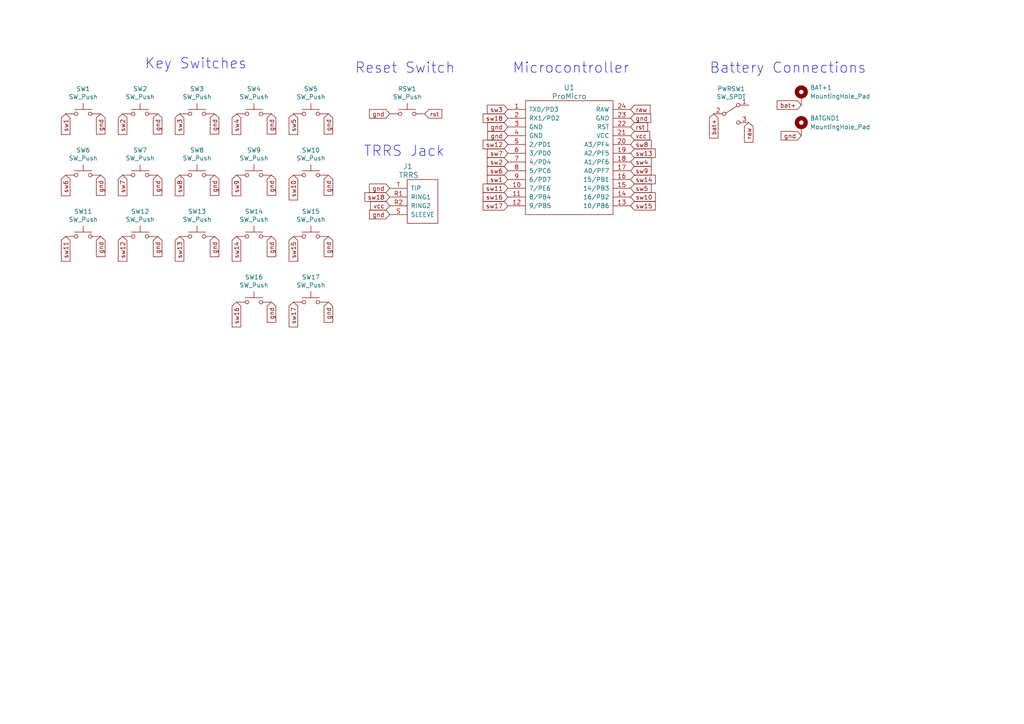
<source format=kicad_sch>
(kicad_sch (version 20211123) (generator eeschema)

  (uuid e63e39d7-6ac0-4ffd-8aa3-1841a4541b55)

  (paper "A4")

  (title_block
    (title "Clean Sweep")
    (date "2022-03-21")
    (rev "1.0")
    (company "lilylabs")
  )

  (lib_symbols
    (symbol "Mechanical:MountingHole_Pad" (pin_numbers hide) (pin_names (offset 1.016) hide) (in_bom yes) (on_board yes)
      (property "Reference" "H" (id 0) (at 0 6.35 0)
        (effects (font (size 1.27 1.27)))
      )
      (property "Value" "MountingHole_Pad" (id 1) (at 0 4.445 0)
        (effects (font (size 1.27 1.27)))
      )
      (property "Footprint" "" (id 2) (at 0 0 0)
        (effects (font (size 1.27 1.27)) hide)
      )
      (property "Datasheet" "~" (id 3) (at 0 0 0)
        (effects (font (size 1.27 1.27)) hide)
      )
      (property "ki_keywords" "mounting hole" (id 4) (at 0 0 0)
        (effects (font (size 1.27 1.27)) hide)
      )
      (property "ki_description" "Mounting Hole with connection" (id 5) (at 0 0 0)
        (effects (font (size 1.27 1.27)) hide)
      )
      (property "ki_fp_filters" "MountingHole*Pad*" (id 6) (at 0 0 0)
        (effects (font (size 1.27 1.27)) hide)
      )
      (symbol "MountingHole_Pad_0_1"
        (circle (center 0 1.27) (radius 1.27)
          (stroke (width 1.27) (type default) (color 0 0 0 0))
          (fill (type none))
        )
      )
      (symbol "MountingHole_Pad_1_1"
        (pin input line (at 0 -2.54 90) (length 2.54)
          (name "1" (effects (font (size 1.27 1.27))))
          (number "1" (effects (font (size 1.27 1.27))))
        )
      )
    )
    (symbol "Switch:SW_Push" (pin_numbers hide) (pin_names (offset 1.016) hide) (in_bom yes) (on_board yes)
      (property "Reference" "SW" (id 0) (at 1.27 2.54 0)
        (effects (font (size 1.27 1.27)) (justify left))
      )
      (property "Value" "SW_Push" (id 1) (at 0 -1.524 0)
        (effects (font (size 1.27 1.27)))
      )
      (property "Footprint" "" (id 2) (at 0 5.08 0)
        (effects (font (size 1.27 1.27)) hide)
      )
      (property "Datasheet" "~" (id 3) (at 0 5.08 0)
        (effects (font (size 1.27 1.27)) hide)
      )
      (property "ki_keywords" "switch normally-open pushbutton push-button" (id 4) (at 0 0 0)
        (effects (font (size 1.27 1.27)) hide)
      )
      (property "ki_description" "Push button switch, generic, two pins" (id 5) (at 0 0 0)
        (effects (font (size 1.27 1.27)) hide)
      )
      (symbol "SW_Push_0_1"
        (circle (center -2.032 0) (radius 0.508)
          (stroke (width 0) (type default) (color 0 0 0 0))
          (fill (type none))
        )
        (polyline
          (pts
            (xy 0 1.27)
            (xy 0 3.048)
          )
          (stroke (width 0) (type default) (color 0 0 0 0))
          (fill (type none))
        )
        (polyline
          (pts
            (xy 2.54 1.27)
            (xy -2.54 1.27)
          )
          (stroke (width 0) (type default) (color 0 0 0 0))
          (fill (type none))
        )
        (circle (center 2.032 0) (radius 0.508)
          (stroke (width 0) (type default) (color 0 0 0 0))
          (fill (type none))
        )
        (pin passive line (at -5.08 0 0) (length 2.54)
          (name "1" (effects (font (size 1.27 1.27))))
          (number "1" (effects (font (size 1.27 1.27))))
        )
        (pin passive line (at 5.08 0 180) (length 2.54)
          (name "2" (effects (font (size 1.27 1.27))))
          (number "2" (effects (font (size 1.27 1.27))))
        )
      )
    )
    (symbol "Switch:SW_SPDT" (pin_names (offset 0) hide) (in_bom yes) (on_board yes)
      (property "Reference" "SW" (id 0) (at 0 4.318 0)
        (effects (font (size 1.27 1.27)))
      )
      (property "Value" "SW_SPDT" (id 1) (at 0 -5.08 0)
        (effects (font (size 1.27 1.27)))
      )
      (property "Footprint" "" (id 2) (at 0 0 0)
        (effects (font (size 1.27 1.27)) hide)
      )
      (property "Datasheet" "~" (id 3) (at 0 0 0)
        (effects (font (size 1.27 1.27)) hide)
      )
      (property "ki_keywords" "switch single-pole double-throw spdt ON-ON" (id 4) (at 0 0 0)
        (effects (font (size 1.27 1.27)) hide)
      )
      (property "ki_description" "Switch, single pole double throw" (id 5) (at 0 0 0)
        (effects (font (size 1.27 1.27)) hide)
      )
      (symbol "SW_SPDT_0_0"
        (circle (center -2.032 0) (radius 0.508)
          (stroke (width 0) (type default) (color 0 0 0 0))
          (fill (type none))
        )
        (circle (center 2.032 -2.54) (radius 0.508)
          (stroke (width 0) (type default) (color 0 0 0 0))
          (fill (type none))
        )
      )
      (symbol "SW_SPDT_0_1"
        (polyline
          (pts
            (xy -1.524 0.254)
            (xy 1.651 2.286)
          )
          (stroke (width 0) (type default) (color 0 0 0 0))
          (fill (type none))
        )
        (circle (center 2.032 2.54) (radius 0.508)
          (stroke (width 0) (type default) (color 0 0 0 0))
          (fill (type none))
        )
      )
      (symbol "SW_SPDT_1_1"
        (pin passive line (at 5.08 2.54 180) (length 2.54)
          (name "A" (effects (font (size 1.27 1.27))))
          (number "1" (effects (font (size 1.27 1.27))))
        )
        (pin passive line (at -5.08 0 0) (length 2.54)
          (name "B" (effects (font (size 1.27 1.27))))
          (number "2" (effects (font (size 1.27 1.27))))
        )
        (pin passive line (at 5.08 -2.54 180) (length 2.54)
          (name "C" (effects (font (size 1.27 1.27))))
          (number "3" (effects (font (size 1.27 1.27))))
        )
      )
    )
    (symbol "clean-sweep:ProMicro" (pin_names (offset 1.016)) (in_bom yes) (on_board yes)
      (property "Reference" "U" (id 0) (at 0 20.32 0)
        (effects (font (size 1.524 1.524)))
      )
      (property "Value" "ProMicro" (id 1) (at 0 17.78 0)
        (effects (font (size 1.524 1.524)))
      )
      (property "Footprint" "" (id 2) (at 26.67 -63.5 90)
        (effects (font (size 1.524 1.524)) hide)
      )
      (property "Datasheet" "" (id 3) (at 26.67 -63.5 90)
        (effects (font (size 1.524 1.524)) hide)
      )
      (symbol "ProMicro_0_1"
        (rectangle (start -12.7 -16.51) (end 12.7 16.51)
          (stroke (width 0) (type default) (color 0 0 0 0))
          (fill (type none))
        )
      )
      (symbol "ProMicro_1_1"
        (pin input line (at -17.78 13.97 0) (length 5.08)
          (name "TX0/PD3" (effects (font (size 1.27 1.27))))
          (number "1" (effects (font (size 1.27 1.27))))
        )
        (pin input line (at -17.78 -8.89 0) (length 5.08)
          (name "7/PE6" (effects (font (size 1.27 1.27))))
          (number "10" (effects (font (size 1.27 1.27))))
        )
        (pin input line (at -17.78 -11.43 0) (length 5.08)
          (name "8/PB4" (effects (font (size 1.27 1.27))))
          (number "11" (effects (font (size 1.27 1.27))))
        )
        (pin input line (at -17.78 -13.97 0) (length 5.08)
          (name "9/PB5" (effects (font (size 1.27 1.27))))
          (number "12" (effects (font (size 1.27 1.27))))
        )
        (pin input line (at 17.78 -13.97 180) (length 5.08)
          (name "10/PB6" (effects (font (size 1.27 1.27))))
          (number "13" (effects (font (size 1.27 1.27))))
        )
        (pin input line (at 17.78 -11.43 180) (length 5.08)
          (name "16/PB2" (effects (font (size 1.27 1.27))))
          (number "14" (effects (font (size 1.27 1.27))))
        )
        (pin input line (at 17.78 -8.89 180) (length 5.08)
          (name "14/PB3" (effects (font (size 1.27 1.27))))
          (number "15" (effects (font (size 1.27 1.27))))
        )
        (pin input line (at 17.78 -6.35 180) (length 5.08)
          (name "15/PB1" (effects (font (size 1.27 1.27))))
          (number "16" (effects (font (size 1.27 1.27))))
        )
        (pin input line (at 17.78 -3.81 180) (length 5.08)
          (name "A0/PF7" (effects (font (size 1.27 1.27))))
          (number "17" (effects (font (size 1.27 1.27))))
        )
        (pin input line (at 17.78 -1.27 180) (length 5.08)
          (name "A1/PF6" (effects (font (size 1.27 1.27))))
          (number "18" (effects (font (size 1.27 1.27))))
        )
        (pin input line (at 17.78 1.27 180) (length 5.08)
          (name "A2/PF5" (effects (font (size 1.27 1.27))))
          (number "19" (effects (font (size 1.27 1.27))))
        )
        (pin input line (at -17.78 11.43 0) (length 5.08)
          (name "RX1/PD2" (effects (font (size 1.27 1.27))))
          (number "2" (effects (font (size 1.27 1.27))))
        )
        (pin input line (at 17.78 3.81 180) (length 5.08)
          (name "A3/PF4" (effects (font (size 1.27 1.27))))
          (number "20" (effects (font (size 1.27 1.27))))
        )
        (pin input line (at 17.78 6.35 180) (length 5.08)
          (name "VCC" (effects (font (size 1.27 1.27))))
          (number "21" (effects (font (size 1.27 1.27))))
        )
        (pin input line (at 17.78 8.89 180) (length 5.08)
          (name "RST" (effects (font (size 1.27 1.27))))
          (number "22" (effects (font (size 1.27 1.27))))
        )
        (pin input line (at 17.78 11.43 180) (length 5.08)
          (name "GND" (effects (font (size 1.27 1.27))))
          (number "23" (effects (font (size 1.27 1.27))))
        )
        (pin input line (at 17.78 13.97 180) (length 5.08)
          (name "RAW" (effects (font (size 1.27 1.27))))
          (number "24" (effects (font (size 1.27 1.27))))
        )
        (pin input line (at -17.78 8.89 0) (length 5.08)
          (name "GND" (effects (font (size 1.27 1.27))))
          (number "3" (effects (font (size 1.27 1.27))))
        )
        (pin input line (at -17.78 6.35 0) (length 5.08)
          (name "GND" (effects (font (size 1.27 1.27))))
          (number "4" (effects (font (size 1.27 1.27))))
        )
        (pin input line (at -17.78 3.81 0) (length 5.08)
          (name "2/PD1" (effects (font (size 1.27 1.27))))
          (number "5" (effects (font (size 1.27 1.27))))
        )
        (pin input line (at -17.78 1.27 0) (length 5.08)
          (name "3/PD0" (effects (font (size 1.27 1.27))))
          (number "6" (effects (font (size 1.27 1.27))))
        )
        (pin input line (at -17.78 -1.27 0) (length 5.08)
          (name "4/PD4" (effects (font (size 1.27 1.27))))
          (number "7" (effects (font (size 1.27 1.27))))
        )
        (pin input line (at -17.78 -3.81 0) (length 5.08)
          (name "5/PC6" (effects (font (size 1.27 1.27))))
          (number "8" (effects (font (size 1.27 1.27))))
        )
        (pin input line (at -17.78 -6.35 0) (length 5.08)
          (name "6/PD7" (effects (font (size 1.27 1.27))))
          (number "9" (effects (font (size 1.27 1.27))))
        )
      )
    )
    (symbol "clean-sweep:TRRS" (pin_names (offset 1.016)) (in_bom yes) (on_board yes)
      (property "Reference" "J" (id 0) (at -3.81 16.51 0)
        (effects (font (size 1.524 1.524)))
      )
      (property "Value" "TRRS" (id 1) (at -3.81 13.97 0)
        (effects (font (size 1.524 1.524)))
      )
      (property "Footprint" "" (id 2) (at 3.81 0 0)
        (effects (font (size 1.524 1.524)) hide)
      )
      (property "Datasheet" "" (id 3) (at 3.81 0 0)
        (effects (font (size 1.524 1.524)) hide)
      )
      (symbol "TRRS_0_1"
        (rectangle (start -3.81 0) (end -3.81 12.7)
          (stroke (width 0) (type default) (color 0 0 0 0))
          (fill (type none))
        )
        (rectangle (start -3.81 12.7) (end 5.08 12.7)
          (stroke (width 0) (type default) (color 0 0 0 0))
          (fill (type none))
        )
        (rectangle (start 5.08 0) (end -3.81 0)
          (stroke (width 0) (type default) (color 0 0 0 0))
          (fill (type none))
        )
        (rectangle (start 5.08 12.7) (end 5.08 0)
          (stroke (width 0) (type default) (color 0 0 0 0))
          (fill (type none))
        )
      )
      (symbol "TRRS_1_1"
        (pin input line (at -8.89 7.62 0) (length 5.08)
          (name "RING1" (effects (font (size 1.27 1.27))))
          (number "R1" (effects (font (size 1.27 1.27))))
        )
        (pin input line (at -8.89 5.08 0) (length 5.08)
          (name "RING2" (effects (font (size 1.27 1.27))))
          (number "R2" (effects (font (size 1.27 1.27))))
        )
        (pin input line (at -8.89 2.54 0) (length 5.08)
          (name "SLEEVE" (effects (font (size 1.27 1.27))))
          (number "S" (effects (font (size 1.27 1.27))))
        )
        (pin input line (at -8.89 10.16 0) (length 5.08)
          (name "TIP" (effects (font (size 1.27 1.27))))
          (number "T" (effects (font (size 1.27 1.27))))
        )
      )
    )
  )


  (text "TRRS Jack" (at 105.41 45.72 0)
    (effects (font (size 2.9972 2.9972)) (justify left bottom))
    (uuid 3c0bc4a2-93ea-4556-9aef-1a9c308106df)
  )
  (text "Battery Connections" (at 205.74 21.59 0)
    (effects (font (size 2.9972 2.9972)) (justify left bottom))
    (uuid 6b540bc6-b428-4be2-a754-4f5ff0b6f78e)
  )
  (text "Key Switches" (at 41.91 20.32 0)
    (effects (font (size 2.9972 2.9972)) (justify left bottom))
    (uuid 8f6b7ee1-ee33-4104-9964-bf42b0104728)
  )
  (text "Reset Switch" (at 102.87 21.59 0)
    (effects (font (size 2.9972 2.9972)) (justify left bottom))
    (uuid e7866c3d-8d14-41fd-ad1d-f5e39b494b2a)
  )
  (text "Microcontroller" (at 148.59 21.59 0)
    (effects (font (size 2.9972 2.9972)) (justify left bottom))
    (uuid f64e79d4-7fff-4a1b-bf5a-7e3123404157)
  )

  (global_label "sw15" (shape input) (at 85.09 68.58 270) (fields_autoplaced)
    (effects (font (size 1.27 1.27)) (justify right))
    (uuid 05301793-dbfe-47b7-9f49-8c4379742711)
    (property "Intersheet References" "${INTERSHEET_REFS}" (id 0) (at 85.0106 75.7707 90)
      (effects (font (size 1.27 1.27)) (justify right) hide)
    )
  )
  (global_label "sw10" (shape input) (at 182.88 57.15 0) (fields_autoplaced)
    (effects (font (size 1.27 1.27)) (justify left))
    (uuid 06bbba82-88a8-4e28-bb6f-84e58fa440d1)
    (property "Intersheet References" "${INTERSHEET_REFS}" (id 0) (at 190.0707 57.2294 0)
      (effects (font (size 1.27 1.27)) (justify left) hide)
    )
  )
  (global_label "sw3" (shape input) (at 52.07 33.02 270) (fields_autoplaced)
    (effects (font (size 1.27 1.27)) (justify right))
    (uuid 099c0394-e02d-4180-8e95-fe4b0a9ea8b4)
    (property "Intersheet References" "${INTERSHEET_REFS}" (id 0) (at 51.9906 39.0012 90)
      (effects (font (size 1.27 1.27)) (justify right) hide)
    )
  )
  (global_label "gnd" (shape input) (at 45.72 50.8 270) (fields_autoplaced)
    (effects (font (size 1.27 1.27)) (justify right))
    (uuid 0cd03f3d-c2d6-4f24-88b8-d68c38fd9516)
    (property "Intersheet References" "${INTERSHEET_REFS}" (id 0) (at 12.7 21.59 0)
      (effects (font (size 1.27 1.27)) hide)
    )
  )
  (global_label "raw" (shape input) (at 217.17 35.56 270) (fields_autoplaced)
    (effects (font (size 1.27 1.27)) (justify right))
    (uuid 0e0c640d-a895-4212-a4dc-6549d969ffca)
    (property "Intersheet References" "${INTERSHEET_REFS}" (id 0) (at -7.62 -82.55 0)
      (effects (font (size 1.27 1.27)) hide)
    )
  )
  (global_label "gnd" (shape input) (at 78.74 33.02 270) (fields_autoplaced)
    (effects (font (size 1.27 1.27)) (justify right))
    (uuid 0e8db7a7-5daa-4eb8-8ae6-19d6abfacadf)
    (property "Intersheet References" "${INTERSHEET_REFS}" (id 0) (at 45.72 3.81 0)
      (effects (font (size 1.27 1.27)) hide)
    )
  )
  (global_label "gnd" (shape input) (at 113.03 62.23 180) (fields_autoplaced)
    (effects (font (size 1.27 1.27)) (justify right))
    (uuid 0f77e2f7-a444-457e-8235-7d1e9e1df024)
    (property "Intersheet References" "${INTERSHEET_REFS}" (id 0) (at 240.03 129.54 0)
      (effects (font (size 1.27 1.27)) hide)
    )
  )
  (global_label "sw7" (shape input) (at 35.56 50.8 270) (fields_autoplaced)
    (effects (font (size 1.27 1.27)) (justify right))
    (uuid 129704ba-a6ec-42bc-bde7-15eb61509e48)
    (property "Intersheet References" "${INTERSHEET_REFS}" (id 0) (at 35.4806 56.7812 90)
      (effects (font (size 1.27 1.27)) (justify right) hide)
    )
  )
  (global_label "sw14" (shape input) (at 182.88 52.07 0) (fields_autoplaced)
    (effects (font (size 1.27 1.27)) (justify left))
    (uuid 1c2392a2-8b79-4c55-8175-14a6455179da)
    (property "Intersheet References" "${INTERSHEET_REFS}" (id 0) (at 190.0707 52.1494 0)
      (effects (font (size 1.27 1.27)) (justify left) hide)
    )
  )
  (global_label "gnd" (shape input) (at 29.21 68.58 270) (fields_autoplaced)
    (effects (font (size 1.27 1.27)) (justify right))
    (uuid 1c6a316c-817a-46d8-8fbd-1c76272265b0)
    (property "Intersheet References" "${INTERSHEET_REFS}" (id 0) (at -3.81 39.37 0)
      (effects (font (size 1.27 1.27)) hide)
    )
  )
  (global_label "sw17" (shape input) (at 147.32 59.69 180) (fields_autoplaced)
    (effects (font (size 1.27 1.27)) (justify right))
    (uuid 1eb7f254-48cb-4909-bb4e-ea205d00f94d)
    (property "Intersheet References" "${INTERSHEET_REFS}" (id 0) (at 140.1293 59.6106 0)
      (effects (font (size 1.27 1.27)) (justify right) hide)
    )
  )
  (global_label "sw18" (shape input) (at 113.03 57.15 180) (fields_autoplaced)
    (effects (font (size 1.27 1.27)) (justify right))
    (uuid 20625b7a-3eca-41c2-8445-7f079bd314b7)
    (property "Intersheet References" "${INTERSHEET_REFS}" (id 0) (at 105.8393 57.0706 0)
      (effects (font (size 1.27 1.27)) (justify right) hide)
    )
  )
  (global_label "gnd" (shape input) (at 62.23 68.58 270) (fields_autoplaced)
    (effects (font (size 1.27 1.27)) (justify right))
    (uuid 2323f41a-6b4a-4b55-90b2-0db6af9489d8)
    (property "Intersheet References" "${INTERSHEET_REFS}" (id 0) (at 29.21 39.37 0)
      (effects (font (size 1.27 1.27)) hide)
    )
  )
  (global_label "sw18" (shape input) (at 147.32 34.29 180) (fields_autoplaced)
    (effects (font (size 1.27 1.27)) (justify right))
    (uuid 2a624eb2-e9e3-4375-b07f-7aef616548a7)
    (property "Intersheet References" "${INTERSHEET_REFS}" (id 0) (at 140.1293 34.2106 0)
      (effects (font (size 1.27 1.27)) (justify right) hide)
    )
  )
  (global_label "sw13" (shape input) (at 182.88 44.45 0) (fields_autoplaced)
    (effects (font (size 1.27 1.27)) (justify left))
    (uuid 3569bd5c-125e-4339-b5fc-0fd0679a6ff7)
    (property "Intersheet References" "${INTERSHEET_REFS}" (id 0) (at 190.0707 44.5294 0)
      (effects (font (size 1.27 1.27)) (justify left) hide)
    )
  )
  (global_label "gnd" (shape input) (at 147.32 39.37 180) (fields_autoplaced)
    (effects (font (size 1.27 1.27)) (justify right))
    (uuid 35c0c384-dc3b-4692-8200-0ac4718f835b)
    (property "Intersheet References" "${INTERSHEET_REFS}" (id 0) (at -11.43 -3.81 0)
      (effects (font (size 1.27 1.27)) hide)
    )
  )
  (global_label "sw6" (shape input) (at 147.32 49.53 180) (fields_autoplaced)
    (effects (font (size 1.27 1.27)) (justify right))
    (uuid 3af75a5b-872d-478b-ac56-56a1ff8259f0)
    (property "Intersheet References" "${INTERSHEET_REFS}" (id 0) (at 141.3388 49.4506 0)
      (effects (font (size 1.27 1.27)) (justify right) hide)
    )
  )
  (global_label "sw7" (shape input) (at 147.32 44.45 180) (fields_autoplaced)
    (effects (font (size 1.27 1.27)) (justify right))
    (uuid 3b2b839e-3bf7-412d-a45b-a8dfdd78ca6b)
    (property "Intersheet References" "${INTERSHEET_REFS}" (id 0) (at 141.3388 44.5294 0)
      (effects (font (size 1.27 1.27)) (justify right) hide)
    )
  )
  (global_label "gnd" (shape input) (at 113.03 54.61 180) (fields_autoplaced)
    (effects (font (size 1.27 1.27)) (justify right))
    (uuid 3cc58844-6226-43bd-98fe-5192b7d05b40)
    (property "Intersheet References" "${INTERSHEET_REFS}" (id 0) (at 240.03 121.92 0)
      (effects (font (size 1.27 1.27)) hide)
    )
  )
  (global_label "sw10" (shape input) (at 85.09 50.8 270) (fields_autoplaced)
    (effects (font (size 1.27 1.27)) (justify right))
    (uuid 40b4f870-1be8-4eca-8458-3de365539954)
    (property "Intersheet References" "${INTERSHEET_REFS}" (id 0) (at 85.0106 57.9907 90)
      (effects (font (size 1.27 1.27)) (justify right) hide)
    )
  )
  (global_label "bat+" (shape input) (at 207.01 33.02 270) (fields_autoplaced)
    (effects (font (size 1.27 1.27)) (justify right))
    (uuid 494fb62f-e078-4dae-8a49-def350d515e7)
    (property "Intersheet References" "${INTERSHEET_REFS}" (id 0) (at 206.9306 40.0293 90)
      (effects (font (size 1.27 1.27)) (justify right) hide)
    )
  )
  (global_label "sw13" (shape input) (at 52.07 68.58 270) (fields_autoplaced)
    (effects (font (size 1.27 1.27)) (justify right))
    (uuid 52e3ae88-0b50-4764-a4b1-9bf536dde527)
    (property "Intersheet References" "${INTERSHEET_REFS}" (id 0) (at 51.9906 75.7707 90)
      (effects (font (size 1.27 1.27)) (justify right) hide)
    )
  )
  (global_label "gnd" (shape input) (at 78.74 68.58 270) (fields_autoplaced)
    (effects (font (size 1.27 1.27)) (justify right))
    (uuid 5824266a-a369-422a-9600-a3eb92279604)
    (property "Intersheet References" "${INTERSHEET_REFS}" (id 0) (at 45.72 39.37 0)
      (effects (font (size 1.27 1.27)) hide)
    )
  )
  (global_label "gnd" (shape input) (at 78.74 50.8 270) (fields_autoplaced)
    (effects (font (size 1.27 1.27)) (justify right))
    (uuid 5992772b-bdee-4849-87b9-1dfec01dfdbb)
    (property "Intersheet References" "${INTERSHEET_REFS}" (id 0) (at 45.72 21.59 0)
      (effects (font (size 1.27 1.27)) hide)
    )
  )
  (global_label "rst" (shape input) (at 182.88 36.83 0) (fields_autoplaced)
    (effects (font (size 1.27 1.27)) (justify left))
    (uuid 5b383bca-96ca-46b8-9f5f-5707eaae6b4e)
    (property "Intersheet References" "${INTERSHEET_REFS}" (id 0) (at 187.8331 36.7506 0)
      (effects (font (size 1.27 1.27)) (justify left) hide)
    )
  )
  (global_label "bat+" (shape input) (at 232.41 30.48 180) (fields_autoplaced)
    (effects (font (size 1.27 1.27)) (justify right))
    (uuid 60e782bb-c21b-4492-86c7-be74aaab459f)
    (property "Intersheet References" "${INTERSHEET_REFS}" (id 0) (at 225.4007 30.4006 0)
      (effects (font (size 1.27 1.27)) (justify right) hide)
    )
  )
  (global_label "sw11" (shape input) (at 19.05 68.58 270) (fields_autoplaced)
    (effects (font (size 1.27 1.27)) (justify right))
    (uuid 675f1d25-36f9-4c95-8709-3def26dc230a)
    (property "Intersheet References" "${INTERSHEET_REFS}" (id 0) (at 18.9706 75.7707 90)
      (effects (font (size 1.27 1.27)) (justify right) hide)
    )
  )
  (global_label "sw8" (shape input) (at 182.88 41.91 0) (fields_autoplaced)
    (effects (font (size 1.27 1.27)) (justify left))
    (uuid 681c1223-723c-4917-8691-5f55c58c8b40)
    (property "Intersheet References" "${INTERSHEET_REFS}" (id 0) (at 188.8612 41.9894 0)
      (effects (font (size 1.27 1.27)) (justify left) hide)
    )
  )
  (global_label "gnd" (shape input) (at 29.21 50.8 270) (fields_autoplaced)
    (effects (font (size 1.27 1.27)) (justify right))
    (uuid 683e6def-3e3a-47e6-bb3b-c6091ab099cf)
    (property "Intersheet References" "${INTERSHEET_REFS}" (id 0) (at -3.81 21.59 0)
      (effects (font (size 1.27 1.27)) hide)
    )
  )
  (global_label "gnd" (shape input) (at 78.74 87.63 270) (fields_autoplaced)
    (effects (font (size 1.27 1.27)) (justify right))
    (uuid 6acdf8ab-0212-4178-a4fb-354be5722856)
    (property "Intersheet References" "${INTERSHEET_REFS}" (id 0) (at 45.72 58.42 0)
      (effects (font (size 1.27 1.27)) hide)
    )
  )
  (global_label "gnd" (shape input) (at 232.41 39.37 180) (fields_autoplaced)
    (effects (font (size 1.27 1.27)) (justify right))
    (uuid 6d95cdc6-decb-4c8f-95ef-6f2a0d56a543)
    (property "Intersheet References" "${INTERSHEET_REFS}" (id 0) (at 73.66 -3.81 0)
      (effects (font (size 1.27 1.27)) hide)
    )
  )
  (global_label "sw11" (shape input) (at 147.32 54.61 180) (fields_autoplaced)
    (effects (font (size 1.27 1.27)) (justify right))
    (uuid 73fd8e87-f5c0-4ca5-89e3-906ca812af9b)
    (property "Intersheet References" "${INTERSHEET_REFS}" (id 0) (at 140.1293 54.5306 0)
      (effects (font (size 1.27 1.27)) (justify right) hide)
    )
  )
  (global_label "sw8" (shape input) (at 52.07 50.8 270) (fields_autoplaced)
    (effects (font (size 1.27 1.27)) (justify right))
    (uuid 750c958a-3eda-4da9-8392-269448fac84a)
    (property "Intersheet References" "${INTERSHEET_REFS}" (id 0) (at 51.9906 56.7812 90)
      (effects (font (size 1.27 1.27)) (justify right) hide)
    )
  )
  (global_label "gnd" (shape input) (at 45.72 68.58 270) (fields_autoplaced)
    (effects (font (size 1.27 1.27)) (justify right))
    (uuid 784c8df2-ae6f-4760-af44-422e0fc58b9c)
    (property "Intersheet References" "${INTERSHEET_REFS}" (id 0) (at 12.7 39.37 0)
      (effects (font (size 1.27 1.27)) hide)
    )
  )
  (global_label "sw14" (shape input) (at 68.58 68.58 270) (fields_autoplaced)
    (effects (font (size 1.27 1.27)) (justify right))
    (uuid 78df79b4-e93f-4281-b3a2-344bef6d509b)
    (property "Intersheet References" "${INTERSHEET_REFS}" (id 0) (at 68.5006 75.7707 90)
      (effects (font (size 1.27 1.27)) (justify right) hide)
    )
  )
  (global_label "sw5" (shape input) (at 85.09 33.02 270) (fields_autoplaced)
    (effects (font (size 1.27 1.27)) (justify right))
    (uuid 79e02b59-adb5-48f7-8f2a-d3600b376cf3)
    (property "Intersheet References" "${INTERSHEET_REFS}" (id 0) (at 85.0106 39.0012 90)
      (effects (font (size 1.27 1.27)) (justify right) hide)
    )
  )
  (global_label "sw12" (shape input) (at 35.56 68.58 270) (fields_autoplaced)
    (effects (font (size 1.27 1.27)) (justify right))
    (uuid 84485e3c-261e-4078-8c61-dcc51ef618d3)
    (property "Intersheet References" "${INTERSHEET_REFS}" (id 0) (at 35.4806 75.7707 90)
      (effects (font (size 1.27 1.27)) (justify right) hide)
    )
  )
  (global_label "sw9" (shape input) (at 182.88 49.53 0) (fields_autoplaced)
    (effects (font (size 1.27 1.27)) (justify left))
    (uuid 914d1753-b031-47f1-9f6b-c8e27f10d3f4)
    (property "Intersheet References" "${INTERSHEET_REFS}" (id 0) (at 188.8612 49.6094 0)
      (effects (font (size 1.27 1.27)) (justify left) hide)
    )
  )
  (global_label "gnd" (shape input) (at 147.32 36.83 180) (fields_autoplaced)
    (effects (font (size 1.27 1.27)) (justify right))
    (uuid 96a7eb3e-6041-41ad-a147-8401e7ebd5ed)
    (property "Intersheet References" "${INTERSHEET_REFS}" (id 0) (at -11.43 -3.81 0)
      (effects (font (size 1.27 1.27)) hide)
    )
  )
  (global_label "raw" (shape input) (at 182.88 31.75 0) (fields_autoplaced)
    (effects (font (size 1.27 1.27)) (justify left))
    (uuid 97a6205d-6cc3-4f30-8553-cac54de221a0)
    (property "Intersheet References" "${INTERSHEET_REFS}" (id 0) (at -11.43 -3.81 0)
      (effects (font (size 1.27 1.27)) hide)
    )
  )
  (global_label "sw2" (shape input) (at 35.56 33.02 270) (fields_autoplaced)
    (effects (font (size 1.27 1.27)) (justify right))
    (uuid 97f0a462-5e73-4a27-807d-1752fc46dff8)
    (property "Intersheet References" "${INTERSHEET_REFS}" (id 0) (at 35.4806 39.0012 90)
      (effects (font (size 1.27 1.27)) (justify right) hide)
    )
  )
  (global_label "gnd" (shape input) (at 113.03 33.02 180) (fields_autoplaced)
    (effects (font (size 1.27 1.27)) (justify right))
    (uuid 9dd5e063-f853-4eeb-b3e4-a701a10871eb)
    (property "Intersheet References" "${INTERSHEET_REFS}" (id 0) (at -3.81 -6.35 0)
      (effects (font (size 1.27 1.27)) hide)
    )
  )
  (global_label "vcc" (shape input) (at 113.03 59.69 180) (fields_autoplaced)
    (effects (font (size 1.27 1.27)) (justify right))
    (uuid 9e92fb51-32b1-47ce-bd04-3684f66761d4)
    (property "Intersheet References" "${INTERSHEET_REFS}" (id 0) (at 240.03 129.54 0)
      (effects (font (size 1.27 1.27)) hide)
    )
  )
  (global_label "sw12" (shape input) (at 147.32 41.91 180) (fields_autoplaced)
    (effects (font (size 1.27 1.27)) (justify right))
    (uuid 9ed74e4b-b18d-4e90-91af-c5ab205598e0)
    (property "Intersheet References" "${INTERSHEET_REFS}" (id 0) (at 140.1293 41.9894 0)
      (effects (font (size 1.27 1.27)) (justify right) hide)
    )
  )
  (global_label "sw9" (shape input) (at 68.58 50.8 270) (fields_autoplaced)
    (effects (font (size 1.27 1.27)) (justify right))
    (uuid a3a617b9-1a66-467c-9765-6e612b3ea937)
    (property "Intersheet References" "${INTERSHEET_REFS}" (id 0) (at 68.5006 56.7812 90)
      (effects (font (size 1.27 1.27)) (justify right) hide)
    )
  )
  (global_label "gnd" (shape input) (at 95.25 33.02 270) (fields_autoplaced)
    (effects (font (size 1.27 1.27)) (justify right))
    (uuid aa9aa5a3-e6e8-4956-9aaf-d2d0714e185c)
    (property "Intersheet References" "${INTERSHEET_REFS}" (id 0) (at 62.23 3.81 0)
      (effects (font (size 1.27 1.27)) hide)
    )
  )
  (global_label "sw15" (shape input) (at 182.88 59.69 0) (fields_autoplaced)
    (effects (font (size 1.27 1.27)) (justify left))
    (uuid b04ef9c6-d45d-4dee-b840-f4030944323a)
    (property "Intersheet References" "${INTERSHEET_REFS}" (id 0) (at 190.0707 59.7694 0)
      (effects (font (size 1.27 1.27)) (justify left) hide)
    )
  )
  (global_label "gnd" (shape input) (at 95.25 50.8 270) (fields_autoplaced)
    (effects (font (size 1.27 1.27)) (justify right))
    (uuid ba37cc98-3599-42ef-b90a-9eb4d4a72810)
    (property "Intersheet References" "${INTERSHEET_REFS}" (id 0) (at 62.23 21.59 0)
      (effects (font (size 1.27 1.27)) hide)
    )
  )
  (global_label "sw1" (shape input) (at 147.32 52.07 180) (fields_autoplaced)
    (effects (font (size 1.27 1.27)) (justify right))
    (uuid bfffc61c-5992-465f-a097-60381a6b21b3)
    (property "Intersheet References" "${INTERSHEET_REFS}" (id 0) (at 141.3388 51.9906 0)
      (effects (font (size 1.27 1.27)) (justify right) hide)
    )
  )
  (global_label "gnd" (shape input) (at 95.25 87.63 270) (fields_autoplaced)
    (effects (font (size 1.27 1.27)) (justify right))
    (uuid c67c19d2-4a82-4b28-a148-6b703db30114)
    (property "Intersheet References" "${INTERSHEET_REFS}" (id 0) (at 62.23 58.42 0)
      (effects (font (size 1.27 1.27)) hide)
    )
  )
  (global_label "gnd" (shape input) (at 45.72 33.02 270) (fields_autoplaced)
    (effects (font (size 1.27 1.27)) (justify right))
    (uuid cc74b535-ad84-469f-8980-dcddb293cf43)
    (property "Intersheet References" "${INTERSHEET_REFS}" (id 0) (at 12.7 3.81 0)
      (effects (font (size 1.27 1.27)) hide)
    )
  )
  (global_label "gnd" (shape input) (at 62.23 50.8 270) (fields_autoplaced)
    (effects (font (size 1.27 1.27)) (justify right))
    (uuid cde4b548-e1f0-4d97-9527-f7b32d58f0c6)
    (property "Intersheet References" "${INTERSHEET_REFS}" (id 0) (at 29.21 21.59 0)
      (effects (font (size 1.27 1.27)) hide)
    )
  )
  (global_label "sw16" (shape input) (at 147.32 57.15 180) (fields_autoplaced)
    (effects (font (size 1.27 1.27)) (justify right))
    (uuid ce4bfce5-5a98-4bfc-a7e8-8411b0c83e11)
    (property "Intersheet References" "${INTERSHEET_REFS}" (id 0) (at 140.1293 57.0706 0)
      (effects (font (size 1.27 1.27)) (justify right) hide)
    )
  )
  (global_label "vcc" (shape input) (at 182.88 39.37 0) (fields_autoplaced)
    (effects (font (size 1.27 1.27)) (justify left))
    (uuid d0a53565-f321-4807-b9c0-f4b5d1dc66df)
    (property "Intersheet References" "${INTERSHEET_REFS}" (id 0) (at -11.43 -3.81 0)
      (effects (font (size 1.27 1.27)) hide)
    )
  )
  (global_label "sw6" (shape input) (at 19.05 50.8 270) (fields_autoplaced)
    (effects (font (size 1.27 1.27)) (justify right))
    (uuid d1795a95-1b17-4e09-8aee-4489a2f335ff)
    (property "Intersheet References" "${INTERSHEET_REFS}" (id 0) (at 18.9706 56.7812 90)
      (effects (font (size 1.27 1.27)) (justify right) hide)
    )
  )
  (global_label "sw3" (shape input) (at 147.32 31.75 180) (fields_autoplaced)
    (effects (font (size 1.27 1.27)) (justify right))
    (uuid da60fef5-3fad-4a83-8a22-776e833d8a5b)
    (property "Intersheet References" "${INTERSHEET_REFS}" (id 0) (at 141.3388 31.6706 0)
      (effects (font (size 1.27 1.27)) (justify right) hide)
    )
  )
  (global_label "rst" (shape input) (at 123.19 33.02 0) (fields_autoplaced)
    (effects (font (size 1.27 1.27)) (justify left))
    (uuid dc76c975-d4aa-446d-9f49-7f395794c7bc)
    (property "Intersheet References" "${INTERSHEET_REFS}" (id 0) (at 128.1431 32.9406 0)
      (effects (font (size 1.27 1.27)) (justify left) hide)
    )
  )
  (global_label "sw4" (shape input) (at 182.88 46.99 0) (fields_autoplaced)
    (effects (font (size 1.27 1.27)) (justify left))
    (uuid dcc9a467-73d1-4e1c-a5ae-6f8614d2a31d)
    (property "Intersheet References" "${INTERSHEET_REFS}" (id 0) (at 188.8612 47.0694 0)
      (effects (font (size 1.27 1.27)) (justify left) hide)
    )
  )
  (global_label "gnd" (shape input) (at 182.88 34.29 0) (fields_autoplaced)
    (effects (font (size 1.27 1.27)) (justify left))
    (uuid ddc4ed5b-49ad-46b5-aa68-4a4b5f875979)
    (property "Intersheet References" "${INTERSHEET_REFS}" (id 0) (at -11.43 -3.81 0)
      (effects (font (size 1.27 1.27)) hide)
    )
  )
  (global_label "sw5" (shape input) (at 182.88 54.61 0) (fields_autoplaced)
    (effects (font (size 1.27 1.27)) (justify left))
    (uuid de459741-9389-4416-a632-5c9086b4cbcf)
    (property "Intersheet References" "${INTERSHEET_REFS}" (id 0) (at 188.8612 54.6894 0)
      (effects (font (size 1.27 1.27)) (justify left) hide)
    )
  )
  (global_label "gnd" (shape input) (at 95.25 68.58 270) (fields_autoplaced)
    (effects (font (size 1.27 1.27)) (justify right))
    (uuid e43fa76a-cbc2-4e2b-9cce-de68ea9c679d)
    (property "Intersheet References" "${INTERSHEET_REFS}" (id 0) (at 62.23 39.37 0)
      (effects (font (size 1.27 1.27)) hide)
    )
  )
  (global_label "sw2" (shape input) (at 147.32 46.99 180) (fields_autoplaced)
    (effects (font (size 1.27 1.27)) (justify right))
    (uuid e4bc0dae-a242-4150-808f-f677f3befbe1)
    (property "Intersheet References" "${INTERSHEET_REFS}" (id 0) (at 141.3388 47.0694 0)
      (effects (font (size 1.27 1.27)) (justify right) hide)
    )
  )
  (global_label "sw4" (shape input) (at 68.58 33.02 270) (fields_autoplaced)
    (effects (font (size 1.27 1.27)) (justify right))
    (uuid eb4c3d09-9abc-4f0a-9e78-8ab9688e89b9)
    (property "Intersheet References" "${INTERSHEET_REFS}" (id 0) (at 68.5006 39.0012 90)
      (effects (font (size 1.27 1.27)) (justify right) hide)
    )
  )
  (global_label "gnd" (shape input) (at 29.21 33.02 270) (fields_autoplaced)
    (effects (font (size 1.27 1.27)) (justify right))
    (uuid ecb190c3-7d33-4f9e-917d-98f2e006b7de)
    (property "Intersheet References" "${INTERSHEET_REFS}" (id 0) (at -3.81 3.81 0)
      (effects (font (size 1.27 1.27)) hide)
    )
  )
  (global_label "sw16" (shape input) (at 68.58 87.63 270) (fields_autoplaced)
    (effects (font (size 1.27 1.27)) (justify right))
    (uuid f21fa334-518f-4dc5-bb58-06a2ad4a6803)
    (property "Intersheet References" "${INTERSHEET_REFS}" (id 0) (at 68.5006 94.8207 90)
      (effects (font (size 1.27 1.27)) (justify right) hide)
    )
  )
  (global_label "gnd" (shape input) (at 62.23 33.02 270) (fields_autoplaced)
    (effects (font (size 1.27 1.27)) (justify right))
    (uuid f3d65175-3500-431a-8317-b39d3b5d875a)
    (property "Intersheet References" "${INTERSHEET_REFS}" (id 0) (at 29.21 3.81 0)
      (effects (font (size 1.27 1.27)) hide)
    )
  )
  (global_label "sw1" (shape input) (at 19.05 33.02 270) (fields_autoplaced)
    (effects (font (size 1.27 1.27)) (justify right))
    (uuid f9c966ae-23e4-43cd-95e1-ebb675260935)
    (property "Intersheet References" "${INTERSHEET_REFS}" (id 0) (at 18.9706 39.0012 90)
      (effects (font (size 1.27 1.27)) (justify right) hide)
    )
  )
  (global_label "sw17" (shape input) (at 85.09 87.63 270) (fields_autoplaced)
    (effects (font (size 1.27 1.27)) (justify right))
    (uuid f9e6e26b-3268-477b-8402-26a9a91cd083)
    (property "Intersheet References" "${INTERSHEET_REFS}" (id 0) (at 85.0106 94.8207 90)
      (effects (font (size 1.27 1.27)) (justify right) hide)
    )
  )

  (symbol (lib_id "Switch:SW_Push") (at 90.17 50.8 0) (unit 1)
    (in_bom yes) (on_board yes)
    (uuid 06abe7ac-8090-41c4-955a-d3c343b38348)
    (property "Reference" "SW10" (id 0) (at 90.17 43.561 0))
    (property "Value" "SW_Push" (id 1) (at 90.17 45.8724 0))
    (property "Footprint" "clean-sweep:Kailh-PG1350-1u-reversible" (id 2) (at 90.17 45.72 0)
      (effects (font (size 1.27 1.27)) hide)
    )
    (property "Datasheet" "~" (id 3) (at 90.17 45.72 0)
      (effects (font (size 1.27 1.27)) hide)
    )
    (pin "1" (uuid fd21b6ee-b594-431a-92a9-0f4c8928f769))
    (pin "2" (uuid 07ee8341-7c99-48de-bb60-0cab6712f0e9))
  )

  (symbol (lib_id "Switch:SW_Push") (at 90.17 33.02 0) (unit 1)
    (in_bom yes) (on_board yes)
    (uuid 08e4b94a-2453-4f65-8865-4d5a18996bd3)
    (property "Reference" "SW5" (id 0) (at 90.17 25.781 0))
    (property "Value" "SW_Push" (id 1) (at 90.17 28.0924 0))
    (property "Footprint" "clean-sweep:Kailh-PG1350-1u-reversible" (id 2) (at 90.17 27.94 0)
      (effects (font (size 1.27 1.27)) hide)
    )
    (property "Datasheet" "~" (id 3) (at 90.17 27.94 0)
      (effects (font (size 1.27 1.27)) hide)
    )
    (pin "1" (uuid 27e1da25-a465-41bf-b5d4-d40515bcceb1))
    (pin "2" (uuid 0f67064b-e2da-4884-85a8-7251b928b57b))
  )

  (symbol (lib_id "Switch:SW_Push") (at 73.66 33.02 0) (unit 1)
    (in_bom yes) (on_board yes)
    (uuid 1082bdec-e782-42d0-84e1-2e0fd96619f3)
    (property "Reference" "SW4" (id 0) (at 73.66 25.781 0))
    (property "Value" "SW_Push" (id 1) (at 73.66 28.0924 0))
    (property "Footprint" "clean-sweep:Kailh-PG1350-1u-reversible" (id 2) (at 73.66 27.94 0)
      (effects (font (size 1.27 1.27)) hide)
    )
    (property "Datasheet" "~" (id 3) (at 73.66 27.94 0)
      (effects (font (size 1.27 1.27)) hide)
    )
    (pin "1" (uuid beb7a378-3435-43c9-bba7-7728bd039507))
    (pin "2" (uuid 4ec199c1-8905-42ae-8f25-14ab179d7d0b))
  )

  (symbol (lib_id "Switch:SW_Push") (at 73.66 87.63 0) (unit 1)
    (in_bom yes) (on_board yes)
    (uuid 3c870527-b167-4288-8052-141ab3aca682)
    (property "Reference" "SW16" (id 0) (at 73.66 80.391 0))
    (property "Value" "SW_Push" (id 1) (at 73.66 82.7024 0))
    (property "Footprint" "clean-sweep:Kailh-PG1350-1u-reversible" (id 2) (at 73.66 82.55 0)
      (effects (font (size 1.27 1.27)) hide)
    )
    (property "Datasheet" "~" (id 3) (at 73.66 82.55 0)
      (effects (font (size 1.27 1.27)) hide)
    )
    (pin "1" (uuid 75b1a4d3-0bff-466d-acb6-8226f7198dea))
    (pin "2" (uuid f141298b-4358-41c8-baa1-5894e5c9b49b))
  )

  (symbol (lib_id "Switch:SW_Push") (at 57.15 68.58 0) (unit 1)
    (in_bom yes) (on_board yes)
    (uuid 46b4ca50-58d4-4c83-914f-1712d425aeb3)
    (property "Reference" "SW13" (id 0) (at 57.15 61.341 0))
    (property "Value" "SW_Push" (id 1) (at 57.15 63.6524 0))
    (property "Footprint" "clean-sweep:Kailh-PG1350-1u-reversible" (id 2) (at 57.15 63.5 0)
      (effects (font (size 1.27 1.27)) hide)
    )
    (property "Datasheet" "~" (id 3) (at 57.15 63.5 0)
      (effects (font (size 1.27 1.27)) hide)
    )
    (pin "1" (uuid 4394c119-f317-4f25-8a2d-f0c25a472104))
    (pin "2" (uuid 406101c3-d6f6-4c9d-afba-c503284e94b2))
  )

  (symbol (lib_id "Mechanical:MountingHole_Pad") (at 232.41 27.94 0) (unit 1)
    (in_bom yes) (on_board yes) (fields_autoplaced)
    (uuid 496b2f79-bf75-4d00-a393-e768952531a6)
    (property "Reference" "BAT+1" (id 0) (at 234.95 25.3999 0)
      (effects (font (size 1.27 1.27)) (justify left))
    )
    (property "Value" "MountingHole_Pad" (id 1) (at 234.95 27.9399 0)
      (effects (font (size 1.27 1.27)) (justify left))
    )
    (property "Footprint" "clean-sweep:VIA-1.4mm" (id 2) (at 232.41 27.94 0)
      (effects (font (size 1.27 1.27)) hide)
    )
    (property "Datasheet" "~" (id 3) (at 232.41 27.94 0)
      (effects (font (size 1.27 1.27)) hide)
    )
    (pin "1" (uuid a810a793-2899-4ffc-be79-3be94f8b6c82))
  )

  (symbol (lib_id "Switch:SW_Push") (at 40.64 33.02 0) (unit 1)
    (in_bom yes) (on_board yes)
    (uuid 4e231b05-345e-4313-8b6b-ab614f5c1a31)
    (property "Reference" "SW2" (id 0) (at 40.64 25.781 0))
    (property "Value" "SW_Push" (id 1) (at 40.64 28.0924 0))
    (property "Footprint" "clean-sweep:Kailh-PG1350-1u-reversible" (id 2) (at 40.64 27.94 0)
      (effects (font (size 1.27 1.27)) hide)
    )
    (property "Datasheet" "~" (id 3) (at 40.64 27.94 0)
      (effects (font (size 1.27 1.27)) hide)
    )
    (pin "1" (uuid 6b40fa69-05c7-48e1-992f-508f06531cad))
    (pin "2" (uuid ed1228e2-d501-44d5-aed3-8e7ceb0701fb))
  )

  (symbol (lib_id "Switch:SW_Push") (at 24.13 50.8 0) (unit 1)
    (in_bom yes) (on_board yes)
    (uuid 54c31956-b640-4166-a841-af57f78b6ccc)
    (property "Reference" "SW6" (id 0) (at 24.13 43.561 0))
    (property "Value" "SW_Push" (id 1) (at 24.13 45.8724 0))
    (property "Footprint" "clean-sweep:Kailh-PG1350-1u-reversible" (id 2) (at 24.13 45.72 0)
      (effects (font (size 1.27 1.27)) hide)
    )
    (property "Datasheet" "~" (id 3) (at 24.13 45.72 0)
      (effects (font (size 1.27 1.27)) hide)
    )
    (pin "1" (uuid f0ba4ead-0063-4361-acbe-8c6ba470d2d3))
    (pin "2" (uuid 42198529-73e1-4a0a-b802-aca288f0b0c4))
  )

  (symbol (lib_id "clean-sweep:TRRS") (at 121.92 64.77 0) (unit 1)
    (in_bom yes) (on_board yes)
    (uuid 57184c80-2fca-4d45-a2f6-59bd25a05e96)
    (property "Reference" "J1" (id 0) (at 116.84 48.26 0)
      (effects (font (size 1.524 1.524)) (justify left))
    )
    (property "Value" "TRRS" (id 1) (at 115.57 50.8 0)
      (effects (font (size 1.524 1.524)) (justify left))
    )
    (property "Footprint" "clean-sweep:TRRS-PJ-320A-reversible" (id 2) (at 125.73 64.77 0)
      (effects (font (size 1.524 1.524)) hide)
    )
    (property "Datasheet" "" (id 3) (at 125.73 64.77 0)
      (effects (font (size 1.524 1.524)) hide)
    )
    (pin "R1" (uuid 06d62e9e-f93d-498b-b152-a9273c048b5c))
    (pin "R2" (uuid 3eb4e7f0-5a2d-452a-b805-60300a76e868))
    (pin "S" (uuid 5b9733be-2622-43dd-8d0f-9edd2456e316))
    (pin "T" (uuid f11d5774-d2a2-456b-85fa-89561ea62481))
  )

  (symbol (lib_id "Switch:SW_Push") (at 90.17 87.63 0) (unit 1)
    (in_bom yes) (on_board yes)
    (uuid 584a2370-49f8-4811-85d0-c5f83d8873d8)
    (property "Reference" "SW17" (id 0) (at 90.17 80.391 0))
    (property "Value" "SW_Push" (id 1) (at 90.17 82.7024 0))
    (property "Footprint" "clean-sweep:Kailh-PG1350-1u-reversible" (id 2) (at 90.17 82.55 0)
      (effects (font (size 1.27 1.27)) hide)
    )
    (property "Datasheet" "~" (id 3) (at 90.17 82.55 0)
      (effects (font (size 1.27 1.27)) hide)
    )
    (pin "1" (uuid c21c7966-d1ad-487c-aaf4-a2bc0785a9ee))
    (pin "2" (uuid 5675946c-4ac0-4a72-a5d4-9b11f9df4fca))
  )

  (symbol (lib_id "Switch:SW_Push") (at 40.64 50.8 0) (unit 1)
    (in_bom yes) (on_board yes)
    (uuid 6f70c622-7ef7-4b74-a536-0745d2835bda)
    (property "Reference" "SW7" (id 0) (at 40.64 43.561 0))
    (property "Value" "SW_Push" (id 1) (at 40.64 45.8724 0))
    (property "Footprint" "clean-sweep:Kailh-PG1350-1u-reversible" (id 2) (at 40.64 45.72 0)
      (effects (font (size 1.27 1.27)) hide)
    )
    (property "Datasheet" "~" (id 3) (at 40.64 45.72 0)
      (effects (font (size 1.27 1.27)) hide)
    )
    (pin "1" (uuid 6d9e2fd6-f304-42b0-aed5-4db84f4816f5))
    (pin "2" (uuid 7a3c3782-6fc7-433b-a4a3-c91d40d89e5a))
  )

  (symbol (lib_id "Switch:SW_Push") (at 24.13 68.58 0) (unit 1)
    (in_bom yes) (on_board yes)
    (uuid 7192239f-ac2a-4742-8aff-bf193b52bd5f)
    (property "Reference" "SW11" (id 0) (at 24.13 61.341 0))
    (property "Value" "SW_Push" (id 1) (at 24.13 63.6524 0))
    (property "Footprint" "clean-sweep:Kailh-PG1350-1u-reversible" (id 2) (at 24.13 63.5 0)
      (effects (font (size 1.27 1.27)) hide)
    )
    (property "Datasheet" "~" (id 3) (at 24.13 63.5 0)
      (effects (font (size 1.27 1.27)) hide)
    )
    (pin "1" (uuid 8b33a855-fb47-498f-95a6-9551504017d4))
    (pin "2" (uuid 5d79ed86-a32d-4e30-97d2-a0e07942edd9))
  )

  (symbol (lib_id "Switch:SW_Push") (at 24.13 33.02 0) (unit 1)
    (in_bom yes) (on_board yes)
    (uuid 83250ce3-cee5-48b2-8a3e-b1e7887d6a15)
    (property "Reference" "SW1" (id 0) (at 24.13 25.781 0))
    (property "Value" "SW_Push" (id 1) (at 24.13 28.0924 0))
    (property "Footprint" "clean-sweep:Kailh-PG1350-1u-reversible" (id 2) (at 24.13 27.94 0)
      (effects (font (size 1.27 1.27)) hide)
    )
    (property "Datasheet" "~" (id 3) (at 24.13 27.94 0)
      (effects (font (size 1.27 1.27)) hide)
    )
    (pin "1" (uuid 296b967f-b7a9-453f-856a-7b874fdca3db))
    (pin "2" (uuid 7a25e2e8-d883-44ae-8207-1f946e50b1fa))
  )

  (symbol (lib_id "Switch:SW_Push") (at 57.15 33.02 0) (unit 1)
    (in_bom yes) (on_board yes)
    (uuid 95988e70-c5bf-44a8-9d94-9e907933ab0c)
    (property "Reference" "SW3" (id 0) (at 57.15 25.781 0))
    (property "Value" "SW_Push" (id 1) (at 57.15 28.0924 0))
    (property "Footprint" "clean-sweep:Kailh-PG1350-1u-reversible" (id 2) (at 57.15 27.94 0)
      (effects (font (size 1.27 1.27)) hide)
    )
    (property "Datasheet" "~" (id 3) (at 57.15 27.94 0)
      (effects (font (size 1.27 1.27)) hide)
    )
    (pin "1" (uuid b02ae05f-f2fb-4db6-a589-77aa4c139554))
    (pin "2" (uuid fd4f9ebf-1b82-479a-85ac-3e14ce6c4d5c))
  )

  (symbol (lib_id "Switch:SW_Push") (at 73.66 68.58 0) (unit 1)
    (in_bom yes) (on_board yes)
    (uuid 997d6987-ff56-424c-ad1a-d5da1499917b)
    (property "Reference" "SW14" (id 0) (at 73.66 61.341 0))
    (property "Value" "SW_Push" (id 1) (at 73.66 63.6524 0))
    (property "Footprint" "clean-sweep:Kailh-PG1350-1u-reversible" (id 2) (at 73.66 63.5 0)
      (effects (font (size 1.27 1.27)) hide)
    )
    (property "Datasheet" "~" (id 3) (at 73.66 63.5 0)
      (effects (font (size 1.27 1.27)) hide)
    )
    (pin "1" (uuid 0e585cfd-6ec6-4f6b-b84d-42aa0fccca26))
    (pin "2" (uuid 3112f0be-6e7e-498a-bb91-eaa0b6c644ee))
  )

  (symbol (lib_id "Mechanical:MountingHole_Pad") (at 232.41 36.83 0) (unit 1)
    (in_bom yes) (on_board yes) (fields_autoplaced)
    (uuid 9bd038c4-703d-4559-be76-b303a2600b94)
    (property "Reference" "BATGND1" (id 0) (at 234.95 34.2899 0)
      (effects (font (size 1.27 1.27)) (justify left))
    )
    (property "Value" "MountingHole_Pad" (id 1) (at 234.95 36.8299 0)
      (effects (font (size 1.27 1.27)) (justify left))
    )
    (property "Footprint" "clean-sweep:VIA-1.4mm" (id 2) (at 232.41 36.83 0)
      (effects (font (size 1.27 1.27)) hide)
    )
    (property "Datasheet" "~" (id 3) (at 232.41 36.83 0)
      (effects (font (size 1.27 1.27)) hide)
    )
    (pin "1" (uuid fbaac81f-8481-442b-ae57-acacd11b99fa))
  )

  (symbol (lib_id "Switch:SW_Push") (at 57.15 50.8 0) (unit 1)
    (in_bom yes) (on_board yes)
    (uuid ad07a05d-aaad-4c1a-8d4f-f48b34cae807)
    (property "Reference" "SW8" (id 0) (at 57.15 43.561 0))
    (property "Value" "SW_Push" (id 1) (at 57.15 45.8724 0))
    (property "Footprint" "clean-sweep:Kailh-PG1350-1u-reversible" (id 2) (at 57.15 45.72 0)
      (effects (font (size 1.27 1.27)) hide)
    )
    (property "Datasheet" "~" (id 3) (at 57.15 45.72 0)
      (effects (font (size 1.27 1.27)) hide)
    )
    (pin "1" (uuid 5441bff4-be5e-48ff-b8c2-066933259dae))
    (pin "2" (uuid 45eccedd-9420-4482-8935-023e8ee7cb61))
  )

  (symbol (lib_id "Switch:SW_Push") (at 118.11 33.02 0) (unit 1)
    (in_bom yes) (on_board yes)
    (uuid b319466e-06f1-4964-b670-4da5d235f7f6)
    (property "Reference" "RSW1" (id 0) (at 118.11 25.781 0))
    (property "Value" "SW_Push" (id 1) (at 118.11 28.0924 0))
    (property "Footprint" "clean-sweep:SW_SPST_B3U-1000P-reversible" (id 2) (at 118.11 27.94 0)
      (effects (font (size 1.27 1.27)) hide)
    )
    (property "Datasheet" "~" (id 3) (at 118.11 27.94 0)
      (effects (font (size 1.27 1.27)) hide)
    )
    (pin "1" (uuid 998445f6-30aa-4b8c-8252-ef09d9859ad2))
    (pin "2" (uuid 62a05204-6624-44b4-b7fc-0408573e6f8c))
  )

  (symbol (lib_id "Switch:SW_SPDT") (at 212.09 33.02 0) (unit 1)
    (in_bom yes) (on_board yes)
    (uuid c299cb67-93c7-442c-9697-c6e7f3a3327b)
    (property "Reference" "PWRSW1" (id 0) (at 212.09 25.781 0))
    (property "Value" "SW_SPDT" (id 1) (at 212.09 28.0924 0))
    (property "Footprint" "clean-sweep:SW_SPDT_MSK-12C02-reversible" (id 2) (at 212.09 33.02 0)
      (effects (font (size 1.27 1.27)) hide)
    )
    (property "Datasheet" "~" (id 3) (at 212.09 33.02 0)
      (effects (font (size 1.27 1.27)) hide)
    )
    (pin "1" (uuid 70e490d1-f7b3-45a0-a2a6-5c76dddc5105))
    (pin "2" (uuid 343645f1-3868-4ea9-9457-7a9101f44d24))
    (pin "3" (uuid c52ac31b-05e6-4573-bf16-5d77c9e5314f))
  )

  (symbol (lib_id "clean-sweep:ProMicro") (at 165.1 45.72 0) (unit 1)
    (in_bom yes) (on_board yes)
    (uuid d6025083-204b-4011-b01e-b8cec32cac0b)
    (property "Reference" "U1" (id 0) (at 165.1 25.4 0)
      (effects (font (size 1.524 1.524)))
    )
    (property "Value" "ProMicro" (id 1) (at 165.1 27.94 0)
      (effects (font (size 1.524 1.524)))
    )
    (property "Footprint" "clean-sweep:ProMicro" (id 2) (at 191.77 109.22 90)
      (effects (font (size 1.524 1.524)) hide)
    )
    (property "Datasheet" "" (id 3) (at 191.77 109.22 90)
      (effects (font (size 1.524 1.524)) hide)
    )
    (pin "1" (uuid 7a58bb79-819a-4057-91ac-df3068419c87))
    (pin "10" (uuid 073158f2-d622-4ba2-a042-545769843d41))
    (pin "11" (uuid 96b881de-408d-40c6-84a9-5adfb24bbb73))
    (pin "12" (uuid f433b3a5-6ccd-4d6e-9326-99a9317bc005))
    (pin "13" (uuid 57ba49f1-5236-47f8-92bd-cc2b66aeb026))
    (pin "14" (uuid f898f3dd-e4c8-451d-a573-824f5c205927))
    (pin "15" (uuid 49744e6e-fe32-4832-bfff-96d2814dc4eb))
    (pin "16" (uuid 574dc5f7-1ba9-4d8c-a4bc-a3465920f4d0))
    (pin "17" (uuid 4399dcaf-ffd1-4543-adfe-78149f4ff5d9))
    (pin "18" (uuid 90cefa70-326c-4797-80e3-b496ee909df5))
    (pin "19" (uuid 0e334ff1-7ac5-4663-b926-41e5c2d6008d))
    (pin "2" (uuid 99931206-56e3-45a0-b159-085d692f74df))
    (pin "20" (uuid a18bb428-a2a3-478f-aa4d-2dcc55bad42b))
    (pin "21" (uuid 7749ef50-4043-492c-84ee-673dfaa3f37a))
    (pin "22" (uuid 392701d9-29ea-4664-9ed7-2c2b1b5ecd68))
    (pin "23" (uuid 77c32b19-8808-4f31-a9a4-93d528459a5f))
    (pin "24" (uuid 9015fce9-2489-4af5-9147-c5ece022a41a))
    (pin "3" (uuid a9cc542a-c150-44ec-9d0b-d81c8d79827d))
    (pin "4" (uuid e115ad44-43df-45a9-9a97-f428b8f0d4d1))
    (pin "5" (uuid 32c563ae-8eb4-44af-a8f9-23d18579e172))
    (pin "6" (uuid 79bd152b-9858-429d-a55f-57663eb7315f))
    (pin "7" (uuid 9265941e-35c2-4d20-a2fe-396b3083bfa7))
    (pin "8" (uuid 2006a511-9091-4f06-b120-86e378795f57))
    (pin "9" (uuid 52fa76fc-1c31-4a2c-b3e2-fd7c0eb686f5))
  )

  (symbol (lib_id "Switch:SW_Push") (at 90.17 68.58 0) (unit 1)
    (in_bom yes) (on_board yes)
    (uuid dcf70b03-897a-4c0d-9dae-7477ad05a1a8)
    (property "Reference" "SW15" (id 0) (at 90.17 61.341 0))
    (property "Value" "SW_Push" (id 1) (at 90.17 63.6524 0))
    (property "Footprint" "clean-sweep:Kailh-PG1350-1u-reversible" (id 2) (at 90.17 63.5 0)
      (effects (font (size 1.27 1.27)) hide)
    )
    (property "Datasheet" "~" (id 3) (at 90.17 63.5 0)
      (effects (font (size 1.27 1.27)) hide)
    )
    (pin "1" (uuid 029a1ffe-93c6-4dcf-b939-f4195a8a3e84))
    (pin "2" (uuid f49679e2-e057-447a-b4bf-4fe8ac7b9be5))
  )

  (symbol (lib_id "Switch:SW_Push") (at 40.64 68.58 0) (unit 1)
    (in_bom yes) (on_board yes)
    (uuid ddbfd262-3fbb-4b61-81cb-08c6738011c7)
    (property "Reference" "SW12" (id 0) (at 40.64 61.341 0))
    (property "Value" "SW_Push" (id 1) (at 40.64 63.6524 0))
    (property "Footprint" "clean-sweep:Kailh-PG1350-1u-reversible" (id 2) (at 40.64 63.5 0)
      (effects (font (size 1.27 1.27)) hide)
    )
    (property "Datasheet" "~" (id 3) (at 40.64 63.5 0)
      (effects (font (size 1.27 1.27)) hide)
    )
    (pin "1" (uuid 522bae94-1573-440c-bec0-3e40ffe04339))
    (pin "2" (uuid 335cfa30-c334-445f-bd8e-e8874d73f66f))
  )

  (symbol (lib_id "Switch:SW_Push") (at 73.66 50.8 0) (unit 1)
    (in_bom yes) (on_board yes)
    (uuid df4d15c3-de42-4524-acd9-2ef67c17012a)
    (property "Reference" "SW9" (id 0) (at 73.66 43.561 0))
    (property "Value" "SW_Push" (id 1) (at 73.66 45.8724 0))
    (property "Footprint" "clean-sweep:Kailh-PG1350-1u-reversible" (id 2) (at 73.66 45.72 0)
      (effects (font (size 1.27 1.27)) hide)
    )
    (property "Datasheet" "~" (id 3) (at 73.66 45.72 0)
      (effects (font (size 1.27 1.27)) hide)
    )
    (pin "1" (uuid f2311836-31b9-4079-978f-704f8ab6fb76))
    (pin "2" (uuid 25fb3192-655f-4636-ae54-25dae07e903f))
  )

  (sheet_instances
    (path "/" (page "1"))
  )

  (symbol_instances
    (path "/496b2f79-bf75-4d00-a393-e768952531a6"
      (reference "BAT+1") (unit 1) (value "MountingHole_Pad") (footprint "clean-sweep:VIA-1.4mm")
    )
    (path "/9bd038c4-703d-4559-be76-b303a2600b94"
      (reference "BATGND1") (unit 1) (value "MountingHole_Pad") (footprint "clean-sweep:VIA-1.4mm")
    )
    (path "/57184c80-2fca-4d45-a2f6-59bd25a05e96"
      (reference "J1") (unit 1) (value "TRRS") (footprint "clean-sweep:TRRS-PJ-320A-reversible")
    )
    (path "/c299cb67-93c7-442c-9697-c6e7f3a3327b"
      (reference "PWRSW1") (unit 1) (value "SW_SPDT") (footprint "clean-sweep:SW_SPDT_MSK-12C02-reversible")
    )
    (path "/b319466e-06f1-4964-b670-4da5d235f7f6"
      (reference "RSW1") (unit 1) (value "SW_Push") (footprint "clean-sweep:SW_SPST_B3U-1000P-reversible")
    )
    (path "/83250ce3-cee5-48b2-8a3e-b1e7887d6a15"
      (reference "SW1") (unit 1) (value "SW_Push") (footprint "clean-sweep:Kailh-PG1350-1u-reversible")
    )
    (path "/4e231b05-345e-4313-8b6b-ab614f5c1a31"
      (reference "SW2") (unit 1) (value "SW_Push") (footprint "clean-sweep:Kailh-PG1350-1u-reversible")
    )
    (path "/95988e70-c5bf-44a8-9d94-9e907933ab0c"
      (reference "SW3") (unit 1) (value "SW_Push") (footprint "clean-sweep:Kailh-PG1350-1u-reversible")
    )
    (path "/1082bdec-e782-42d0-84e1-2e0fd96619f3"
      (reference "SW4") (unit 1) (value "SW_Push") (footprint "clean-sweep:Kailh-PG1350-1u-reversible")
    )
    (path "/08e4b94a-2453-4f65-8865-4d5a18996bd3"
      (reference "SW5") (unit 1) (value "SW_Push") (footprint "clean-sweep:Kailh-PG1350-1u-reversible")
    )
    (path "/54c31956-b640-4166-a841-af57f78b6ccc"
      (reference "SW6") (unit 1) (value "SW_Push") (footprint "clean-sweep:Kailh-PG1350-1u-reversible")
    )
    (path "/6f70c622-7ef7-4b74-a536-0745d2835bda"
      (reference "SW7") (unit 1) (value "SW_Push") (footprint "clean-sweep:Kailh-PG1350-1u-reversible")
    )
    (path "/ad07a05d-aaad-4c1a-8d4f-f48b34cae807"
      (reference "SW8") (unit 1) (value "SW_Push") (footprint "clean-sweep:Kailh-PG1350-1u-reversible")
    )
    (path "/df4d15c3-de42-4524-acd9-2ef67c17012a"
      (reference "SW9") (unit 1) (value "SW_Push") (footprint "clean-sweep:Kailh-PG1350-1u-reversible")
    )
    (path "/06abe7ac-8090-41c4-955a-d3c343b38348"
      (reference "SW10") (unit 1) (value "SW_Push") (footprint "clean-sweep:Kailh-PG1350-1u-reversible")
    )
    (path "/7192239f-ac2a-4742-8aff-bf193b52bd5f"
      (reference "SW11") (unit 1) (value "SW_Push") (footprint "clean-sweep:Kailh-PG1350-1u-reversible")
    )
    (path "/ddbfd262-3fbb-4b61-81cb-08c6738011c7"
      (reference "SW12") (unit 1) (value "SW_Push") (footprint "clean-sweep:Kailh-PG1350-1u-reversible")
    )
    (path "/46b4ca50-58d4-4c83-914f-1712d425aeb3"
      (reference "SW13") (unit 1) (value "SW_Push") (footprint "clean-sweep:Kailh-PG1350-1u-reversible")
    )
    (path "/997d6987-ff56-424c-ad1a-d5da1499917b"
      (reference "SW14") (unit 1) (value "SW_Push") (footprint "clean-sweep:Kailh-PG1350-1u-reversible")
    )
    (path "/dcf70b03-897a-4c0d-9dae-7477ad05a1a8"
      (reference "SW15") (unit 1) (value "SW_Push") (footprint "clean-sweep:Kailh-PG1350-1u-reversible")
    )
    (path "/3c870527-b167-4288-8052-141ab3aca682"
      (reference "SW16") (unit 1) (value "SW_Push") (footprint "clean-sweep:Kailh-PG1350-1u-reversible")
    )
    (path "/584a2370-49f8-4811-85d0-c5f83d8873d8"
      (reference "SW17") (unit 1) (value "SW_Push") (footprint "clean-sweep:Kailh-PG1350-1u-reversible")
    )
    (path "/d6025083-204b-4011-b01e-b8cec32cac0b"
      (reference "U1") (unit 1) (value "ProMicro") (footprint "clean-sweep:ProMicro")
    )
  )
)

</source>
